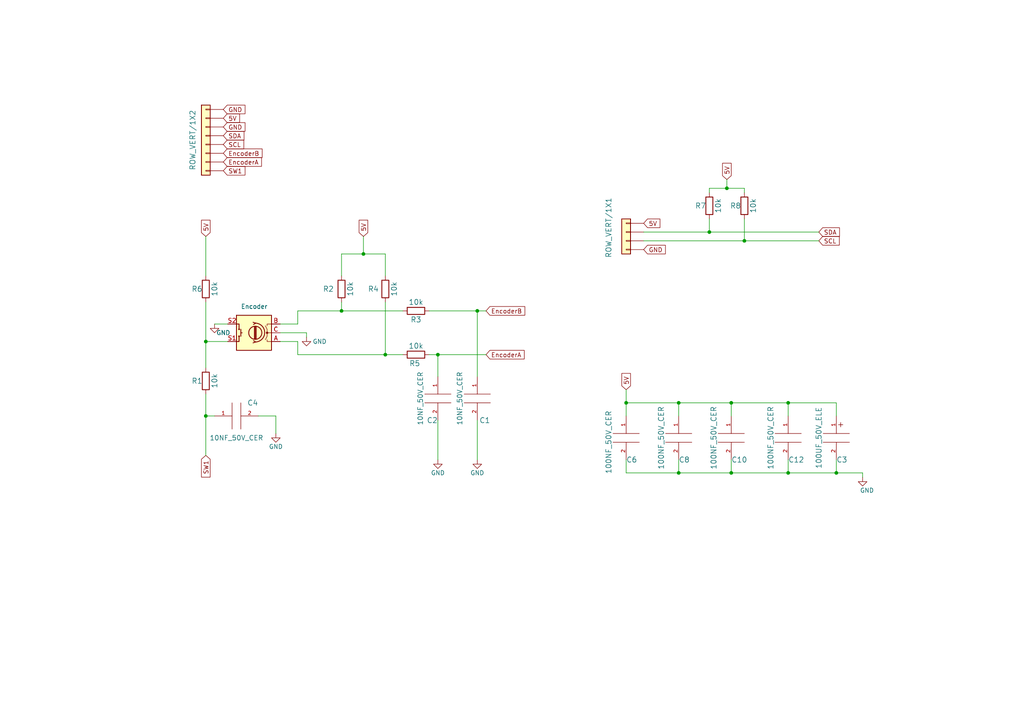
<source format=kicad_sch>
(kicad_sch (version 20230121) (generator eeschema)
  (paper "A4")
  (lib_symbols
    (symbol "Device:RotaryEncoder_Switch" (pin_names (offset 0.254) hide)
      (property "Reference" "SW" (at 0 6.604 0))
      (property "Value" "RotaryEncoder_Switch" (at 0 -6.604 0))
      (symbol "RotaryEncoder_Switch_0_1"
        (rectangle (start -5.08 5.08) (end 5.08 -5.08) (stroke (width 0.254)) (fill (type background)))
        (circle (center -3.81 0) (radius 0.254) (fill (type outline)))
        (circle (center -0.381 0) (radius 1.905) (stroke (width 0.254)))
        (arc (start -0.381 2.667) (mid -3.0988 -0.0635) (end -0.381 -2.794) (stroke (width 0.254)))
        (polyline (pts (xy -0.635 -1.778) (xy -0.635 1.778)) (stroke (width 0.254)))
        (polyline (pts (xy -0.381 -1.778) (xy -0.381 1.778)) (stroke (width 0.254)))
        (polyline (pts (xy -0.127 1.778) (xy -0.127 -1.778)) (stroke (width 0.254)))
        (polyline (pts (xy 3.81 0) (xy 3.429 0)) (stroke (width 0.254)))
        (polyline (pts (xy 3.81 1.016) (xy 3.81 -1.016)) (stroke (width 0.254)))
        (polyline (pts (xy -5.08 -2.54) (xy -3.81 -2.54) (xy -3.81 -2.032)))
        (polyline (pts (xy -5.08 2.54) (xy -3.81 2.54) (xy -3.81 2.032)))
        (polyline (pts (xy 0.254 -3.048) (xy -0.508 -2.794) (xy 0.127 -2.413)) (stroke (width 0.254)))
        (polyline (pts (xy 0.254 2.921) (xy -0.508 2.667) (xy 0.127 2.286)) (stroke (width 0.254)))
        (polyline (pts (xy 5.08 -2.54) (xy 4.318 -2.54) (xy 4.318 -1.016)) (stroke (width 0.254)))
        (polyline (pts (xy 5.08 2.54) (xy 4.318 2.54) (xy 4.318 1.016)) (stroke (width 0.254)))
        (polyline (pts (xy -5.08 0) (xy -3.81 0) (xy -3.81 -1.016) (xy -3.302 -2.032)))
        (polyline (pts (xy -4.318 0) (xy -3.81 0) (xy -3.81 1.016) (xy -3.302 2.032)))
        (circle (center 4.318 -1.016) (radius 0.127) (stroke (width 0.254)))
        (circle (center 4.318 1.016) (radius 0.127) (stroke (width 0.254)))
      )
      (symbol "RotaryEncoder_Switch_1_1"
        (pin passive line (at -7.62 2.54 0) (length 2.54) (name "A") (number "A"))
        (pin passive line (at -7.62 -2.54 0) (length 2.54) (name "B") (number "B"))
        (pin passive line (at -7.62 0 0) (length 2.54) (name "C") (number "C"))
        (pin passive line (at 7.62 2.54 180) (length 2.54) (name "S1") (number "S1"))
        (pin passive line (at 7.62 -2.54 180) (length 2.54) (name "S2") (number "S2"))
      )
    )
    (symbol "VAMK_C:100UF_50V_ELE" (pin_names (offset 0))
      (property "Reference" "C" (at 0 7.62 0))
      (symbol "100UF_50V_ELE_1_1"
        (polyline (pts (xy -1.27 -3.81) (xy -1.27 3.81)))
        (polyline (pts (xy 1.27 -3.81) (xy 1.27 3.81)))
        (polyline (pts (xy -3.81 1.905) (xy -3.81 0.635) (xy -3.81 1.27) (xy -4.445 1.27) (xy -3.81 1.27) (xy -3.175 1.27) (xy -3.81 1.27)))
        (pin passive line (at -6.35 0 0) (length 5.08) (name "~") (number "1"))
        (pin passive line (at 6.35 0 180) (length 5.08) (name "~") (number "2"))
      )
    )
    (symbol "VAMK_CON:ROW_VERT_1X4" (pin_numbers hide) (pin_names (offset 0) hide)
      (property "Reference" "ROW_VERT/1X4" (at 12.7 5.08 0))
      (symbol "ROW_VERT_1X4_1_1"
        (rectangle (start -1.27 -4.953) (end 0 -5.207) (stroke (width 0.1524)))
        (rectangle (start -1.27 -2.413) (end 0 -2.667) (stroke (width 0.1524)))
        (rectangle (start -1.27 0.127) (end 0 -0.127) (stroke (width 0.1524)))
        (rectangle (start -1.27 2.667) (end 0 2.413) (stroke (width 0.1524)))
        (rectangle (start -1.27 3.81) (end 1.27 -6.35) (stroke (width 0.254)) (fill (type background)))
        (pin passive line (at -5.08 2.54 0) (length 3.81) (name "Pin_1") (number "1"))
        (pin passive line (at -5.08 0 0) (length 3.81) (name "Pin_2") (number "2"))
        (pin passive line (at -5.08 -2.54 0) (length 3.81) (name "Pin_3") (number "3"))
        (pin passive line (at -5.08 -5.08 0) (length 3.81) (name "Pin_4") (number "4"))
      )
    )
    (symbol "VAMK_CON:ROW_VERT_1X8" (pin_numbers hide) (pin_names (offset 0) hide)
      (property "Reference" "ROW_VERT/1X8" (at 12.7 5.08 0))
      (symbol "ROW_VERT_1X8_1_1"
        (rectangle (start -1.27 -10.033) (end 0 -10.287) (stroke (width 0.1524)))
        (rectangle (start -1.27 -7.493) (end 0 -7.747) (stroke (width 0.1524)))
        (rectangle (start -1.27 -4.953) (end 0 -5.207) (stroke (width 0.1524)))
        (rectangle (start -1.27 -2.413) (end 0 -2.667) (stroke (width 0.1524)))
        (rectangle (start -1.27 0.127) (end 0 -0.127) (stroke (width 0.1524)))
        (rectangle (start -1.27 2.667) (end 0 2.413) (stroke (width 0.1524)))
        (rectangle (start -1.27 5.207) (end 0 4.953) (stroke (width 0.1524)))
        (rectangle (start -1.27 7.747) (end 0 7.493) (stroke (width 0.1524)))
        (rectangle (start -1.27 8.89) (end 1.27 -11.43) (stroke (width 0.254)) (fill (type background)))
        (pin passive line (at -5.08 7.62 0) (length 3.81) (name "Pin_1") (number "1"))
        (pin passive line (at -5.08 5.08 0) (length 3.81) (name "Pin_2") (number "2"))
        (pin passive line (at -5.08 2.54 0) (length 3.81) (name "Pin_3") (number "3"))
        (pin passive line (at -5.08 0 0) (length 3.81) (name "Pin_4") (number "4"))
        (pin passive line (at -5.08 -2.54 0) (length 3.81) (name "Pin_5") (number "5"))
        (pin passive line (at -5.08 -5.08 0) (length 3.81) (name "Pin_6") (number "6"))
        (pin passive line (at -5.08 -7.62 0) (length 3.81) (name "Pin_7") (number "7"))
        (pin passive line (at -5.08 -10.16 0) (length 3.81) (name "Pin_8") (number "8"))
      )
    )
    (symbol "VAMK_C_SMD:100NF_50V_CER" (pin_names (offset 0))
      (property "Reference" "C" (at 0 7.62 0))
      (symbol "100NF_50V_CER_1_1"
        (polyline (pts (xy -1.27 -3.81) (xy -1.27 3.81)))
        (polyline (pts (xy 1.27 -3.81) (xy 1.27 3.81)))
        (pin passive line (at -6.35 0 0) (length 5.08) (name "~") (number "1"))
        (pin passive line (at 6.35 0 180) (length 5.08) (name "~") (number "2"))
      )
    )
    (symbol "VAMK_C_SMD:10NF_50V_CER" (pin_names (offset 0))
      (property "Reference" "C" (at 0 7.62 0))
      (symbol "10NF_50V_CER_1_1"
        (polyline (pts (xy -1.27 -3.81) (xy -1.27 3.81)))
        (polyline (pts (xy 1.27 -3.81) (xy 1.27 3.81)))
        (pin passive line (at -6.35 0 0) (length 5.08) (name "~") (number "1"))
        (pin passive line (at 6.35 0 180) (length 5.08) (name "~") (number "2"))
      )
    )
    (symbol "VAMK_R_SMD:10k" (pin_numbers hide) (pin_names (offset 0) hide)
      (property "Reference" "R" (at 0 0 0))
      (symbol "10k_1_1"
        (rectangle (start 2.54 -1.016) (end -2.54 1.016) (stroke (width 0.254)))
        (pin passive line (at -3.81 0 0) (length 1.27) (name "~") (number "1"))
        (pin passive line (at 3.81 0 180) (length 1.27) (name "~") (number "2"))
      )
    )
    (symbol "power:GND" (power) (pin_names (offset 0))
      (property "Value" "GND" (at 0 -3.81 0))
      (symbol "GND_0_1"
        (polyline (pts (xy 0 0) (xy 0 -1.27) (xy 1.27 -1.27) (xy 0 -2.54) (xy -1.27 -1.27) (xy 0 -1.27)))
      )
      (symbol "GND_1_1"
        (pin power_in line (at 0 0 270) (length 0) hide (name "GND") (number "1"))
      )
    )
  )
  (junction (at 228.6 137.16))
  (junction (at 181.61 116.84))
  (junction (at 127 102.87))
  (junction (at 59.69 99.06))
  (junction (at 215.9 69.85))
  (junction (at 228.6 116.84))
  (junction (at 111.76 102.87))
  (junction (at 196.85 137.16))
  (junction (at 212.09 116.84))
  (junction (at 138.43 90.17))
  (junction (at 196.85 116.84))
  (junction (at 242.57 137.16))
  (junction (at 205.74 67.31))
  (junction (at 212.09 137.16))
  (junction (at 105.41 73.66))
  (junction (at 59.69 120.65))
  (junction (at 99.06 90.17))
  (junction (at 210.82 54.61))
  (wire (pts (xy 59.69 120.65) (xy 59.69 114.3)))
  (wire (pts (xy 205.74 63.5) (xy 205.74 67.31)))
  (wire (pts (xy 124.46 102.87) (xy 127 102.87)))
  (wire (pts (xy 86.36 102.87) (xy 86.36 99.06)))
  (wire (pts (xy 212.09 116.84) (xy 228.6 116.84)))
  (wire (pts (xy 205.74 55.88) (xy 205.74 54.61)))
  (wire (pts (xy 59.69 132.08) (xy 59.69 120.65)))
  (wire (pts (xy 59.69 68.58) (xy 59.69 80.01)))
  (wire (pts (xy 138.43 121.92) (xy 138.43 133.35)))
  (wire (pts (xy 138.43 90.17) (xy 140.97 90.17)))
  (wire (pts (xy 181.61 113.03) (xy 181.61 116.84)))
  (wire (pts (xy 228.6 137.16) (xy 228.6 133.35)))
  (wire (pts (xy 212.09 137.16) (xy 228.6 137.16)))
  (wire (pts (xy 205.74 67.31) (xy 186.69 67.31)))
  (wire (pts (xy 99.06 87.63) (xy 99.06 90.17)))
  (wire (pts (xy 86.36 90.17) (xy 99.06 90.17)))
  (wire (pts (xy 127 102.87) (xy 140.97 102.87)))
  (wire (pts (xy 196.85 137.16) (xy 196.85 133.35)))
  (wire (pts (xy 105.41 68.58) (xy 105.41 73.66)))
  (wire (pts (xy 111.76 102.87) (xy 116.84 102.87)))
  (wire (pts (xy 80.01 120.65) (xy 74.93 120.65)))
  (wire (pts (xy 237.49 69.85) (xy 215.9 69.85)))
  (wire (pts (xy 111.76 73.66) (xy 111.76 80.01)))
  (wire (pts (xy 215.9 63.5) (xy 215.9 69.85)))
  (wire (pts (xy 181.61 137.16) (xy 181.61 133.35)))
  (wire (pts (xy 59.69 87.63) (xy 59.69 99.06)))
  (wire (pts (xy 99.06 73.66) (xy 105.41 73.66)))
  (wire (pts (xy 86.36 90.17) (xy 86.36 93.98)))
  (wire (pts (xy 215.9 54.61) (xy 215.9 55.88)))
  (wire (pts (xy 81.28 96.52) (xy 88.9 96.52)))
  (wire (pts (xy 205.74 54.61) (xy 210.82 54.61)))
  (wire (pts (xy 86.36 99.06) (xy 81.28 99.06)))
  (wire (pts (xy 59.69 106.68) (xy 59.69 99.06)))
  (wire (pts (xy 228.6 137.16) (xy 242.57 137.16)))
  (wire (pts (xy 212.09 137.16) (xy 212.09 133.35)))
  (wire (pts (xy 242.57 116.84) (xy 228.6 116.84)))
  (wire (pts (xy 59.69 99.06) (xy 66.04 99.06)))
  (wire (pts (xy 111.76 87.63) (xy 111.76 102.87)))
  (wire (pts (xy 86.36 93.98) (xy 81.28 93.98)))
  (wire (pts (xy 210.82 54.61) (xy 215.9 54.61)))
  (wire (pts (xy 80.01 125.73) (xy 80.01 120.65)))
  (wire (pts (xy 62.23 93.98) (xy 66.04 93.98)))
  (wire (pts (xy 99.06 73.66) (xy 99.06 80.01)))
  (wire (pts (xy 196.85 120.65) (xy 196.85 116.84)))
  (wire (pts (xy 181.61 120.65) (xy 181.61 116.84)))
  (wire (pts (xy 242.57 137.16) (xy 250.19 137.16)))
  (wire (pts (xy 250.19 137.16) (xy 250.19 138.43)))
  (wire (pts (xy 228.6 120.65) (xy 228.6 116.84)))
  (wire (pts (xy 215.9 69.85) (xy 186.69 69.85)))
  (wire (pts (xy 88.9 96.52) (xy 88.9 97.79)))
  (wire (pts (xy 86.36 102.87) (xy 111.76 102.87)))
  (wire (pts (xy 242.57 137.16) (xy 242.57 133.35)))
  (wire (pts (xy 212.09 120.65) (xy 212.09 116.84)))
  (wire (pts (xy 105.41 73.66) (xy 111.76 73.66)))
  (wire (pts (xy 59.69 120.65) (xy 62.23 120.65)))
  (wire (pts (xy 237.49 67.31) (xy 205.74 67.31)))
  (wire (pts (xy 212.09 116.84) (xy 196.85 116.84)))
  (wire (pts (xy 210.82 52.07) (xy 210.82 54.61)))
  (wire (pts (xy 242.57 120.65) (xy 242.57 116.84)))
  (wire (pts (xy 124.46 90.17) (xy 138.43 90.17)))
  (wire (pts (xy 181.61 137.16) (xy 196.85 137.16)))
  (wire (pts (xy 181.61 116.84) (xy 196.85 116.84)))
  (wire (pts (xy 127 121.92) (xy 127 133.35)))
  (wire (pts (xy 127 102.87) (xy 127 109.22)))
  (wire (pts (xy 99.06 90.17) (xy 116.84 90.17)))
  (wire (pts (xy 138.43 90.17) (xy 138.43 109.22)))
  (wire (pts (xy 196.85 137.16) (xy 212.09 137.16)))
  (global_label "GND" (shape input) (at 64.77 36.83 0) (property "Intersheetrefs" "${INTERSHEET_REFS}" (effects hide)))
  (global_label "EncoderA" (shape input) (at 64.77 46.99 0) (property "Intersheetrefs" "${INTERSHEET_REFS}" (effects hide)))
  (global_label "SW1" (shape input) (at 59.69 132.08 270) (property "Intersheetrefs" "${INTERSHEET_REFS}" (effects hide)))
  (global_label "5V" (shape input) (at 181.61 113.03 90) (property "Intersheetrefs" "${INTERSHEET_REFS}" (effects hide)))
  (global_label "SDA" (shape input) (at 64.77 39.37 0) (property "Intersheetrefs" "${INTERSHEET_REFS}" (effects hide)))
  (global_label "SW1" (shape input) (at 64.77 49.53 0) (property "Intersheetrefs" "${INTERSHEET_REFS}" (effects hide)))
  (global_label "EncoderB" (shape input) (at 64.77 44.45 0) (property "Intersheetrefs" "${INTERSHEET_REFS}" (effects hide)))
  (global_label "5V" (shape input) (at 105.41 68.58 90) (property "Intersheetrefs" "${INTERSHEET_REFS}" (effects hide)))
  (global_label "GND" (shape input) (at 64.77 31.75 0) (property "Intersheetrefs" "${INTERSHEET_REFS}" (effects hide)))
  (global_label "EncoderA" (shape input) (at 140.97 102.87 0) (property "Intersheetrefs" "${INTERSHEET_REFS}" (effects hide)))
  (global_label "5V" (shape input) (at 186.69 64.77 0) (property "Intersheetrefs" "${INTERSHEET_REFS}" (effects hide)))
  (global_label "GND" (shape input) (at 186.69 72.39 0) (property "Intersheetrefs" "${INTERSHEET_REFS}" (effects hide)))
  (global_label "5V" (shape input) (at 210.82 52.07 90) (property "Intersheetrefs" "${INTERSHEET_REFS}" (effects hide)))
  (global_label "SCL" (shape input) (at 64.77 41.91 0) (property "Intersheetrefs" "${INTERSHEET_REFS}" (effects hide)))
  (global_label "SDA" (shape input) (at 237.49 67.31 0) (property "Intersheetrefs" "${INTERSHEET_REFS}" (effects hide)))
  (global_label "5V" (shape input) (at 59.69 68.58 90) (property "Intersheetrefs" "${INTERSHEET_REFS}" (effects hide)))
  (global_label "SCL" (shape input) (at 237.49 69.85 0) (property "Intersheetrefs" "${INTERSHEET_REFS}" (effects hide)))
  (global_label "5V" (shape input) (at 64.77 34.29 0) (property "Intersheetrefs" "${INTERSHEET_REFS}" (effects hide)))
  (global_label "EncoderB" (shape input) (at 140.97 90.17 0) (property "Intersheetrefs" "${INTERSHEET_REFS}" (effects hide)))
  (symbol (lib_id "VAMK_R_SMD:10k") (at 59.69 110.49 270) (unit 1)
    (property "Reference" "R1" (at 57.15 110.49 90) (effects (font (size 1.524 1.524))))
    (property "Value" "10k" (at 62.23 110.49 0) (effects (font (size 1.524 1.524))))
    (property "Footprint" "VAMK_R_SMD:1206" (effects hide))
    (property "Datasheet" "\"\"" (effects hide))
    (property "Storing Location" "EC6,  SMD station" (effects hide))
    (property "Tolerance" " +-5%" (effects hide))
    (property "Order Number Farnell" "613824" (effects hide))
    (property "Blank Field" "none" (effects hide))
  )
  (symbol (lib_id "VAMK_R_SMD:10k") (at 59.69 83.82 270) (unit 1)
    (property "Reference" "R6" (at 57.15 83.82 90) (effects (font (size 1.524 1.524))))
    (property "Value" "10k" (at 62.23 83.82 0) (effects (font (size 1.524 1.524))))
    (property "Footprint" "VAMK_R_SMD:1206" (effects hide))
    (property "Datasheet" "\"\"" (effects hide))
    (property "Storing Location" "EC6,  SMD station" (effects hide))
    (property "Tolerance" " +-5%" (effects hide))
    (property "Order Number Farnell" "613824" (effects hide))
    (property "Blank Field" "none" (effects hide))
  )
  (symbol (lib_id "power:GND") (at 138.43 133.35 0) (unit 1)
    (property "Reference" "#PWR07" (effects hide))
    (property "Value" "GND" (at 138.43 137.16 0))
  )
  (symbol (lib_id "VAMK_R_SMD:10k") (at 120.65 90.17 0) (unit 1)
    (property "Reference" "R3" (at 120.65 92.71 0) (effects (font (size 1.524 1.524))))
    (property "Value" "10k" (at 120.65 87.63 0) (effects (font (size 1.524 1.524))))
    (property "Footprint" "VAMK_R_SMD:1206" (effects hide))
    (property "Datasheet" "\"\"" (effects hide))
    (property "Storing Location" "EC6,  SMD station" (effects hide))
    (property "Tolerance" " +-5%" (effects hide))
    (property "Order Number Farnell" "613824" (effects hide))
    (property "Blank Field" "none" (effects hide))
  )
  (symbol (lib_id "power:GND") (at 250.19 138.43 0) (unit 1)
    (property "Reference" "#PWR01" (effects hide))
    (property "Value" "GND" (at 251.46 142.24 0))
  )
  (symbol (lib_id "VAMK_C_SMD:10NF_50V_CER") (at 138.43 115.57 270) (unit 1)
    (property "Reference" "C1" (at 142.24 121.92 90) (effects (font (size 1.524 1.524)) (justify right)))
    (property "Value" "10NF_50V_CER" (at 133.35 115.57 0) (effects (font (size 1.4 1.4))))
    (property "Footprint" "VAMK_C_SMD:C1206" (effects hide))
    (property "Datasheet" "\"\"" (effects hide))
    (property "Storing Location" " EC6, SMD station" (effects hide))
    (property "Tolerance" " +-10%" (effects hide))
    (property "Order Number Elfa" "65-775-63" (effects hide))
    (property "Prototype Name" "10n" (effects hide))
  )
  (symbol (lib_id "power:GND") (at 80.01 125.73 0) (unit 1)
    (property "Reference" "#PWR05" (effects hide))
    (property "Value" "GND" (at 80.01 129.54 0))
  )
  (symbol (lib_id "VAMK_C_SMD:10NF_50V_CER") (at 68.58 120.65 0) (unit 1)
    (property "Reference" "C4" (at 74.93 116.84 0) (effects (font (size 1.524 1.524)) (justify right)))
    (property "Value" "10NF_50V_CER" (at 68.58 127 0) (effects (font (size 1.4 1.4))))
    (property "Footprint" "VAMK_C_SMD:C1206" (effects hide))
    (property "Datasheet" "\"\"" (effects hide))
    (property "Storing Location" " EC6, SMD station" (effects hide))
    (property "Tolerance" " +-10%" (effects hide))
    (property "Order Number Elfa" "65-775-63" (effects hide))
    (property "Prototype Name" "10n" (effects hide))
  )
  (symbol (lib_id "VAMK_R_SMD:10k") (at 120.65 102.87 0) (unit 1)
    (property "Reference" "R5" (at 121.92 105.41 0) (effects (font (size 1.524 1.524)) (justify right)))
    (property "Value" "10k" (at 120.65 100.33 0) (effects (font (size 1.524 1.524))))
    (property "Footprint" "VAMK_R_SMD:1206" (effects hide))
    (property "Datasheet" "\"\"" (effects hide))
    (property "Storing Location" "EC6,  SMD station" (effects hide))
    (property "Tolerance" " +-5%" (effects hide))
    (property "Order Number Farnell" "613824" (effects hide))
    (property "Blank Field" "none" (effects hide))
  )
  (symbol (lib_id "VAMK_R_SMD:10k") (at 215.9 59.69 270) (unit 1)
    (property "Reference" "R8" (at 213.36 59.69 90) (effects (font (size 1.524 1.524))))
    (property "Value" "10k" (at 218.44 59.69 0) (effects (font (size 1.524 1.524))))
    (property "Footprint" "VAMK_R_SMD:1206" (effects hide))
    (property "Datasheet" "\"\"" (effects hide))
    (property "Storing Location" "EC6,  SMD station" (effects hide))
    (property "Tolerance" " +-5%" (effects hide))
    (property "Order Number Farnell" "613824" (effects hide))
    (property "Blank Field" "none" (effects hide))
  )
  (symbol (lib_id "power:GND") (at 88.9 97.79 0) (unit 1)
    (property "Reference" "#PWR04" (effects hide))
    (property "Value" "GND" (at 92.71 99.06 0))
  )
  (symbol (lib_id "VAMK_R_SMD:10k") (at 99.06 83.82 270) (unit 1)
    (property "Reference" "R2" (at 95.25 83.82 90) (effects (font (size 1.524 1.524))))
    (property "Value" "10k" (at 101.6 83.82 0) (effects (font (size 1.524 1.524))))
    (property "Footprint" "VAMK_R_SMD:1206" (effects hide))
    (property "Datasheet" "\"\"" (effects hide))
    (property "Storing Location" "EC6,  SMD station" (effects hide))
    (property "Tolerance" " +-5%" (effects hide))
    (property "Order Number Farnell" "613824" (effects hide))
    (property "Blank Field" "none" (effects hide))
  )
  (symbol (lib_id "VAMK_C_SMD:100NF_50V_CER") (at 228.6 127 270) (unit 1)
    (property "Reference" "C12" (at 228.6 133.35 90) (effects (font (size 1.524 1.524)) (justify left)))
    (property "Value" "100NF_50V_CER" (at 223.52 127 0) (effects (font (size 1.524 1.524))))
    (property "Footprint" "VAMK_C_SMD:C1206" (effects hide))
    (property "Datasheet" "\"\"" (effects hide))
    (property "Storing Location" " EC6, SMD station" (effects hide))
    (property "Tolerance" " +-10%" (effects hide))
    (property "Order Number Elfa" "65-776-88" (effects hide))
    (property "Prototype Name" "100n" (effects hide))
  )
  (symbol (lib_id "VAMK_C:100UF_50V_ELE") (at 242.57 127 270) (unit 1)
    (property "Reference" "C3" (at 242.57 133.35 90) (effects (font (size 1.524 1.524)) (justify left)))
    (property "Value" "100UF_50V_ELE" (at 237.49 127 0) (effects (font (size 1.524 1.524))))
    (property "Footprint" "VAMK_C:C_P_3_5_8" (effects hide))
    (property "Datasheet" "\"\"" (effects hide))
    (property "Storing Location" " 2.6.3.1" (effects hide))
    (property "Prototype Name" "100u" (effects hide))
    (property "Tolerance" " +-20%" (effects hide))
    (property "Order Number Elfa" "67-013-95" (effects hide))
  )
  (symbol (lib_id "VAMK_CON:ROW_VERT_1X8") (at 59.69 41.91 180) (unit 1)
    (property "Reference" "ROW_VERT/1X2" (at 55.88 40.64 90) (effects (font (size 1.524 1.524))))
    (property "Value" "ROW_VERT_1X8" (effects hide))
    (property "Footprint" "VAMK_CON:ROW_VERT_1x8" (effects hide))
    (property "Datasheet" "\"\"" (effects hide))
    (property "Storing Location" "3.10.1.X" (effects hide))
    (property "Order Number Elfa" "43-702-19" (effects hide))
    (property "Order Numer Farnell" "329-1807" (effects hide))
  )
  (symbol (lib_id "VAMK_C_SMD:100NF_50V_CER") (at 181.61 127 270) (unit 1)
    (property "Reference" "C6" (at 181.61 133.35 90) (effects (font (size 1.524 1.524)) (justify left)))
    (property "Value" "100NF_50V_CER" (at 176.53 128.27 0) (effects (font (size 1.524 1.524))))
    (property "Footprint" "VAMK_C_SMD:C1206" (effects hide))
    (property "Datasheet" "\"\"" (effects hide))
    (property "Storing Location" " EC6, SMD station" (effects hide))
    (property "Tolerance" " +-10%" (effects hide))
    (property "Order Number Elfa" "65-776-88" (effects hide))
    (property "Prototype Name" "100n" (effects hide))
  )
  (symbol (lib_id "VAMK_C_SMD:10NF_50V_CER") (at 127 115.57 270) (unit 1)
    (property "Reference" "C2" (at 127 121.92 90) (effects (font (size 1.524 1.524)) (justify right)))
    (property "Value" "10NF_50V_CER" (at 121.92 115.57 0) (effects (font (size 1.4 1.4))))
    (property "Footprint" "VAMK_C_SMD:C1206" (effects hide))
    (property "Datasheet" "\"\"" (effects hide))
    (property "Storing Location" " EC6, SMD station" (effects hide))
    (property "Tolerance" " +-10%" (effects hide))
    (property "Order Number Elfa" "65-775-63" (effects hide))
    (property "Prototype Name" "10n" (effects hide))
  )
  (symbol (lib_id "Device:RotaryEncoder_Switch") (at 73.66 96.52 180) (unit 1)
    (property "Reference" "SW1" (effects hide))
    (property "Value" "Encoder" (at 69.85 88.9 0) (effects (justify right)))
    (property "Footprint" "Encoder:XDCR_PEC11R-4215F-S0024" (effects hide))
  )
  (symbol (lib_id "power:GND") (at 62.23 93.98 0) (unit 1)
    (property "Reference" "#PWR02" (effects hide))
    (property "Value" "GND" (at 64.77 96.52 0))
  )
  (symbol (lib_id "VAMK_C_SMD:100NF_50V_CER") (at 196.85 127 270) (unit 1)
    (property "Reference" "C8" (at 196.85 133.35 90) (effects (font (size 1.524 1.524)) (justify left)))
    (property "Value" "100NF_50V_CER" (at 191.77 127 0) (effects (font (size 1.524 1.524))))
    (property "Footprint" "VAMK_C_SMD:C1206" (effects hide))
    (property "Datasheet" "\"\"" (effects hide))
    (property "Storing Location" " EC6, SMD station" (effects hide))
    (property "Tolerance" " +-10%" (effects hide))
    (property "Order Number Elfa" "65-776-88" (effects hide))
    (property "Prototype Name" "100n" (effects hide))
  )
  (symbol (lib_id "VAMK_CON:ROW_VERT_1X4") (at 181.61 67.31 0) (mirror y) (unit 1)
    (property "Reference" "ROW_VERT/1X1" (at 176.53 66.04 90) (effects (font (size 1.524 1.524))))
    (property "Value" "ROW_VERT_1X4" (effects hide))
    (property "Footprint" "VAMK_CON:ROW_VERT_1x4" (effects hide))
    (property "Datasheet" "\"\"" (effects hide))
    (property "Storing Location" "3.10.1.X" (effects hide))
    (property "Order Number Elfa" "43-702-19" (effects hide))
    (property "Order Numer Farnell" "329-1807" (effects hide))
  )
  (symbol (lib_id "power:GND") (at 127 133.35 0) (unit 1)
    (property "Reference" "#PWR06" (effects hide))
    (property "Value" "GND" (at 127 137.16 0))
  )
  (symbol (lib_id "VAMK_C_SMD:100NF_50V_CER") (at 212.09 127 270) (unit 1)
    (property "Reference" "C10" (at 212.09 133.35 90) (effects (font (size 1.524 1.524)) (justify left)))
    (property "Value" "100NF_50V_CER" (at 207.01 127 0) (effects (font (size 1.524 1.524))))
    (property "Footprint" "VAMK_C_SMD:C1206" (effects hide))
    (property "Datasheet" "\"\"" (effects hide))
    (property "Storing Location" " EC6, SMD station" (effects hide))
    (property "Tolerance" " +-10%" (effects hide))
    (property "Order Number Elfa" "65-776-88" (effects hide))
    (property "Prototype Name" "100n" (effects hide))
  )
  (symbol (lib_id "VAMK_R_SMD:10k") (at 205.74 59.69 270) (unit 1)
    (property "Reference" "R7" (at 203.2 59.69 90) (effects (font (size 1.524 1.524))))
    (property "Value" "10k" (at 208.28 59.69 0) (effects (font (size 1.524 1.524))))
    (property "Footprint" "VAMK_R_SMD:1206" (effects hide))
    (property "Datasheet" "\"\"" (effects hide))
    (property "Storing Location" "EC6,  SMD station" (effects hide))
    (property "Tolerance" " +-5%" (effects hide))
    (property "Order Number Farnell" "613824" (effects hide))
    (property "Blank Field" "none" (effects hide))
  )
  (symbol (lib_id "VAMK_R_SMD:10k") (at 111.76 83.82 90) (unit 1)
    (property "Reference" "R4" (at 106.68 83.82 90) (effects (font (size 1.524 1.524)) (justify right)))
    (property "Value" "10k" (at 114.3 83.82 0) (effects (font (size 1.524 1.524))))
    (property "Footprint" "VAMK_R_SMD:1206" (effects hide))
    (property "Datasheet" "\"\"" (effects hide))
    (property "Storing Location" "EC6,  SMD station" (effects hide))
    (property "Tolerance" " +-5%" (effects hide))
    (property "Order Number Farnell" "613824" (effects hide))
    (property "Blank Field" "none" (effects hide))
  )
)
</source>
